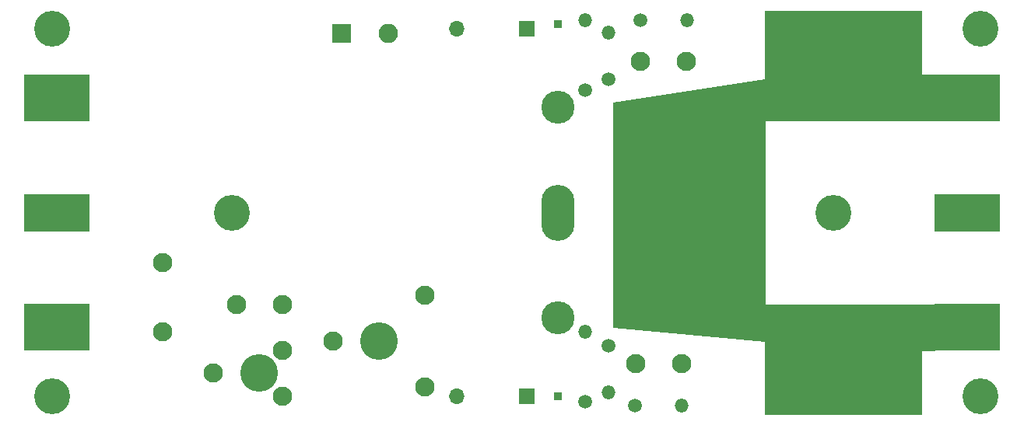
<source format=gbr>
%TF.GenerationSoftware,KiCad,Pcbnew,5.1.6-c6e7f7d~87~ubuntu20.04.1*%
%TF.CreationDate,2020-10-01T18:15:28+02:00*%
%TF.ProjectId,SWR bridge,53575220-6272-4696-9467-652e6b696361,rev?*%
%TF.SameCoordinates,Original*%
%TF.FileFunction,Soldermask,Top*%
%TF.FilePolarity,Negative*%
%FSLAX46Y46*%
G04 Gerber Fmt 4.6, Leading zero omitted, Abs format (unit mm)*
G04 Created by KiCad (PCBNEW 5.1.6-c6e7f7d~87~ubuntu20.04.1) date 2020-10-01 18:15:28*
%MOMM*%
%LPD*%
G01*
G04 APERTURE LIST*
%ADD10C,0.100000*%
%ADD11C,2.100000*%
%ADD12C,4.100000*%
%ADD13R,1.700000X1.700000*%
%ADD14O,1.700000X1.700000*%
%ADD15R,7.100000X4.100000*%
%ADD16R,7.100000X5.100000*%
%ADD17C,3.600000*%
%ADD18O,3.600000X6.100000*%
%ADD19C,3.900000*%
%ADD20R,0.950000X0.950000*%
%ADD21R,2.100000X2.100000*%
%ADD22O,2.100000X2.100000*%
%ADD23O,1.500000X1.500000*%
%ADD24C,1.500000*%
G04 APERTURE END LIST*
D10*
G36*
X150500000Y-79000000D02*
G01*
X133500000Y-79000000D01*
X133500000Y-67000000D01*
X150500000Y-67000000D01*
X150500000Y-79000000D01*
G37*
X150500000Y-79000000D02*
X133500000Y-79000000D01*
X133500000Y-67000000D01*
X150500000Y-67000000D01*
X150500000Y-79000000D01*
G36*
X150500000Y-47000000D02*
G01*
X133500000Y-47000000D01*
X133500000Y-35000000D01*
X150500000Y-35000000D01*
X150500000Y-47000000D01*
G37*
X150500000Y-47000000D02*
X133500000Y-47000000D01*
X133500000Y-35000000D01*
X150500000Y-35000000D01*
X150500000Y-47000000D01*
G36*
X133500000Y-71000000D02*
G01*
X117000000Y-69500000D01*
X117000000Y-45000000D01*
X133500000Y-42500000D01*
X133500000Y-71000000D01*
G37*
X133500000Y-71000000D02*
X117000000Y-69500000D01*
X117000000Y-45000000D01*
X133500000Y-42500000D01*
X133500000Y-71000000D01*
G36*
X152000000Y-72000000D02*
G01*
X133500000Y-72000000D01*
X133500000Y-67000000D01*
X152000000Y-67000000D01*
X152000000Y-72000000D01*
G37*
X152000000Y-72000000D02*
X133500000Y-72000000D01*
X133500000Y-67000000D01*
X152000000Y-67000000D01*
X152000000Y-72000000D01*
G36*
X152000000Y-47000000D02*
G01*
X133500000Y-47000000D01*
X133500000Y-42000000D01*
X152000000Y-42000000D01*
X152000000Y-47000000D01*
G37*
X152000000Y-47000000D02*
X133500000Y-47000000D01*
X133500000Y-42000000D01*
X152000000Y-42000000D01*
X152000000Y-47000000D01*
G36*
X152000000Y-72000000D02*
G01*
X134000000Y-72000000D01*
X134000000Y-67000000D01*
X152000000Y-67000000D01*
X152000000Y-72000000D01*
G37*
X152000000Y-72000000D02*
X134000000Y-72000000D01*
X134000000Y-67000000D01*
X152000000Y-67000000D01*
X152000000Y-72000000D01*
G36*
X152000000Y-47000000D02*
G01*
X143000000Y-47000000D01*
X143000000Y-42000000D01*
X152000000Y-42000000D01*
X152000000Y-47000000D01*
G37*
X152000000Y-47000000D02*
X143000000Y-47000000D01*
X143000000Y-42000000D01*
X152000000Y-42000000D01*
X152000000Y-47000000D01*
D11*
%TO.C,C3*%
X120000000Y-40500000D03*
X125000000Y-40500000D03*
%TD*%
%TO.C,C4*%
X119500000Y-73500000D03*
X124500000Y-73500000D03*
%TD*%
%TO.C,R1*%
X86500000Y-71000000D03*
X96500000Y-76000000D03*
X96500000Y-66000000D03*
D12*
X91500000Y-71000000D03*
%TD*%
D11*
%TO.C,C2*%
X81000000Y-72000000D03*
X81000000Y-77000000D03*
X73500000Y-74500000D03*
D12*
X78500000Y-74500000D03*
%TD*%
D11*
%TO.C,C5*%
X81000000Y-67000000D03*
X76000000Y-67000000D03*
%TD*%
D13*
%TO.C,D1*%
X107620000Y-37000000D03*
D14*
X100000000Y-37000000D03*
%TD*%
%TO.C,D2*%
X100000000Y-77000000D03*
D13*
X107620000Y-77000000D03*
%TD*%
D15*
%TO.C,J3*%
X155500000Y-57000000D03*
D16*
X155500000Y-44500000D03*
X155500000Y-69500000D03*
%TD*%
D17*
%TO.C,L2*%
X111000000Y-45500000D03*
X111000000Y-68500000D03*
D18*
X111000000Y-57000000D03*
%TD*%
D19*
%TO.C,J4*%
X75500000Y-57000000D03*
%TD*%
%TO.C,J5*%
X141000000Y-57000000D03*
%TD*%
D11*
%TO.C,C1*%
X68000000Y-62487500D03*
X68000000Y-69987500D03*
%TD*%
D20*
%TO.C,J2*%
X111000000Y-36500000D03*
%TD*%
%TO.C,J6*%
X111000000Y-77000000D03*
%TD*%
D15*
%TO.C,J1*%
X56500000Y-57000000D03*
D16*
X56500000Y-44500000D03*
X56500000Y-69500000D03*
%TD*%
D21*
%TO.C,R2*%
X87500000Y-37500000D03*
D22*
X92580000Y-37500000D03*
%TD*%
D19*
%TO.C,J7*%
X56000000Y-37000000D03*
%TD*%
%TO.C,J8*%
X56000000Y-77000000D03*
%TD*%
%TO.C,J9*%
X157000000Y-37000000D03*
%TD*%
%TO.C,J10*%
X157000000Y-77000000D03*
%TD*%
D23*
%TO.C,R3*%
X116500000Y-37420000D03*
D24*
X116500000Y-42500000D03*
%TD*%
D23*
%TO.C,R4*%
X125080000Y-36000000D03*
D24*
X120000000Y-36000000D03*
%TD*%
%TO.C,R5*%
X116500000Y-71500000D03*
D23*
X116500000Y-76580000D03*
%TD*%
D24*
%TO.C,R6*%
X119420000Y-78000000D03*
D23*
X124500000Y-78000000D03*
%TD*%
%TO.C,L3*%
X114000000Y-36000000D03*
D24*
X114000000Y-43620000D03*
%TD*%
%TO.C,L4*%
X114000000Y-77620000D03*
D23*
X114000000Y-70000000D03*
%TD*%
D19*
%TO.C,J12*%
X119500000Y-67000000D03*
%TD*%
%TO.C,J13*%
X136000000Y-37500000D03*
%TD*%
%TO.C,J14*%
X130500000Y-47000000D03*
%TD*%
%TO.C,J15*%
X148000000Y-37500000D03*
%TD*%
%TO.C,J16*%
X130500000Y-67000000D03*
%TD*%
%TO.C,J17*%
X136000000Y-76500000D03*
%TD*%
%TO.C,J18*%
X120000000Y-47000000D03*
%TD*%
%TO.C,J19*%
X148000000Y-76500000D03*
%TD*%
M02*

</source>
